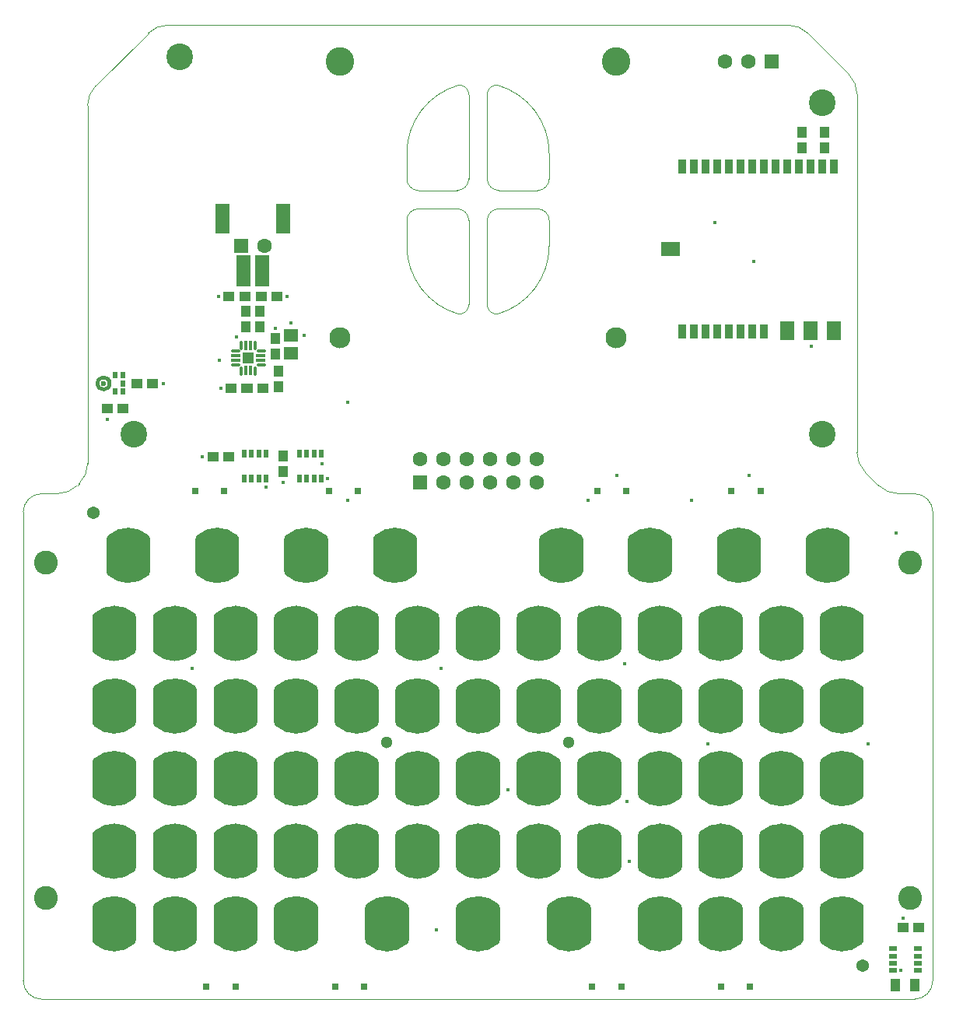
<source format=gts>
G04*
G04 #@! TF.GenerationSoftware,Altium Limited,Altium Designer,24.6.1 (21)*
G04*
G04 Layer_Color=8388736*
%FSLAX25Y25*%
%MOIN*%
G70*
G04*
G04 #@! TF.SameCoordinates,01E0CDA6-314E-44D1-A422-088EE61E0F49*
G04*
G04*
G04 #@! TF.FilePolarity,Negative*
G04*
G01*
G75*
%ADD15C,0.00394*%
%ADD36C,0.03937*%
%ADD37C,0.01575*%
%ADD38R,0.04331X0.05512*%
%ADD39R,0.04331X0.04724*%
%ADD40R,0.04724X0.04724*%
%ADD41O,0.03937X0.01575*%
%ADD42O,0.04134X0.01575*%
%ADD43O,0.01575X0.03937*%
%ADD44O,0.01575X0.04134*%
%ADD45C,0.03937*%
%ADD46C,0.10236*%
%ADD47R,0.05906X0.12598*%
%ADD48R,0.06299X0.13780*%
%ADD49R,0.04724X0.04331*%
%ADD50R,0.02449X0.02756*%
%ADD51C,0.01575*%
%ADD52R,0.03032X0.02992*%
%ADD53R,0.03543X0.02165*%
%ADD54R,0.03543X0.06299*%
%ADD55R,0.06299X0.08268*%
%ADD56R,0.08268X0.06299*%
%ADD57R,0.02165X0.03543*%
%ADD58R,0.06299X0.05512*%
%ADD59C,0.09055*%
%ADD60C,0.12205*%
%ADD61C,0.05118*%
%ADD62C,0.05394*%
%ADD63C,0.06299*%
%ADD64R,0.06299X0.06299*%
%ADD65C,0.02362*%
%ADD66C,0.11417*%
%ADD67C,0.01772*%
G36*
X81013Y-7521D02*
X83096D01*
Y-21748D01*
X80960D01*
Y-23210D01*
X66340D01*
Y-21694D01*
X64297D01*
Y-7467D01*
X66393D01*
Y-6280D01*
X81013D01*
Y-7521D01*
D02*
G37*
G36*
X157194Y-7521D02*
X159277D01*
Y-21748D01*
X157141D01*
Y-23210D01*
X142522D01*
Y-21694D01*
X140478D01*
Y-7467D01*
X142574D01*
Y-6280D01*
X157194D01*
Y-7521D01*
D02*
G37*
G36*
X119103D02*
X121186D01*
Y-21748D01*
X119051D01*
Y-23210D01*
X104431D01*
Y-21694D01*
X102387D01*
Y-7467D01*
X104484D01*
Y-6280D01*
X119103D01*
Y-7521D01*
D02*
G37*
G36*
X42922D02*
X45005D01*
Y-21748D01*
X42869D01*
Y-23210D01*
X28250D01*
Y-21694D01*
X26206D01*
Y-7467D01*
X28302D01*
Y-6280D01*
X42922D01*
Y-7521D01*
D02*
G37*
G36*
X-28239D02*
X-26156D01*
Y-21748D01*
X-28292D01*
Y-23210D01*
X-42912D01*
Y-21694D01*
X-44955D01*
Y-7467D01*
X-42859D01*
Y-6280D01*
X-28239D01*
Y-7521D01*
D02*
G37*
G36*
X-66330D02*
X-64247D01*
Y-21748D01*
X-66383D01*
Y-23210D01*
X-81002D01*
Y-21694D01*
X-83046D01*
Y-7467D01*
X-80949D01*
Y-6280D01*
X-66330D01*
Y-7521D01*
D02*
G37*
G36*
X-104420D02*
X-102337D01*
Y-21748D01*
X-104473D01*
Y-23210D01*
X-119093D01*
Y-21694D01*
X-121136D01*
Y-7467D01*
X-119040D01*
Y-6280D01*
X-104420D01*
Y-7521D01*
D02*
G37*
G36*
X-142511D02*
X-140428D01*
Y-21748D01*
X-142564D01*
Y-23210D01*
X-157183D01*
Y-21694D01*
X-159227D01*
Y-7467D01*
X-157131D01*
Y-6280D01*
X-142511D01*
Y-7521D01*
D02*
G37*
G36*
X163237Y-40946D02*
X165320D01*
Y-55173D01*
X163184D01*
Y-56635D01*
X148565D01*
Y-55119D01*
X146521D01*
Y-40892D01*
X148617D01*
Y-39706D01*
X163237D01*
Y-40946D01*
D02*
G37*
G36*
X137253D02*
X139336D01*
Y-55173D01*
X137200D01*
Y-56635D01*
X122581D01*
Y-55119D01*
X120537D01*
Y-40892D01*
X122633D01*
Y-39706D01*
X137253D01*
Y-40946D01*
D02*
G37*
G36*
X111268D02*
X113352D01*
Y-55173D01*
X111216D01*
Y-56635D01*
X96596D01*
Y-55119D01*
X94552D01*
Y-40892D01*
X96649D01*
Y-39706D01*
X111268D01*
Y-40946D01*
D02*
G37*
G36*
X85284D02*
X87367D01*
Y-55173D01*
X85232D01*
Y-56635D01*
X70612D01*
Y-55119D01*
X68568D01*
Y-40892D01*
X70665D01*
Y-39706D01*
X85284D01*
Y-40946D01*
D02*
G37*
G36*
X59300D02*
X61383D01*
Y-55173D01*
X59247D01*
Y-56635D01*
X44628D01*
Y-55119D01*
X42584D01*
Y-40892D01*
X44680D01*
Y-39706D01*
X59300D01*
Y-40946D01*
D02*
G37*
G36*
X33316D02*
X35399D01*
Y-55173D01*
X33263D01*
Y-56635D01*
X18643D01*
Y-55119D01*
X16600D01*
Y-40892D01*
X18696D01*
Y-39706D01*
X33316D01*
Y-40946D01*
D02*
G37*
G36*
X7331D02*
X9415D01*
Y-55173D01*
X7279D01*
Y-56635D01*
X-7341D01*
Y-55119D01*
X-9385D01*
Y-40892D01*
X-7288D01*
Y-39706D01*
X7331D01*
Y-40946D01*
D02*
G37*
G36*
X-18653D02*
X-16570D01*
Y-55173D01*
X-18705D01*
Y-56635D01*
X-33325D01*
Y-55119D01*
X-35369D01*
Y-40892D01*
X-33272D01*
Y-39706D01*
X-18653D01*
Y-40946D01*
D02*
G37*
G36*
X-44637D02*
X-42554D01*
Y-55173D01*
X-44690D01*
Y-56635D01*
X-59309D01*
Y-55119D01*
X-61353D01*
Y-40892D01*
X-59257D01*
Y-39706D01*
X-44637D01*
Y-40946D01*
D02*
G37*
G36*
X-70621D02*
X-68538D01*
Y-55173D01*
X-70674D01*
Y-56635D01*
X-85294D01*
Y-55119D01*
X-87337D01*
Y-40892D01*
X-85241D01*
Y-39706D01*
X-70621D01*
Y-40946D01*
D02*
G37*
G36*
X-96606D02*
X-94522D01*
Y-55173D01*
X-96658D01*
Y-56635D01*
X-111278D01*
Y-55119D01*
X-113322D01*
Y-40892D01*
X-111225D01*
Y-39706D01*
X-96606D01*
Y-40946D01*
D02*
G37*
G36*
X-122590D02*
X-120507D01*
Y-55173D01*
X-122642D01*
Y-56635D01*
X-137262D01*
Y-55119D01*
X-139306D01*
Y-40892D01*
X-137209D01*
Y-39706D01*
X-122590D01*
Y-40946D01*
D02*
G37*
G36*
X-148574D02*
X-146491D01*
Y-55173D01*
X-148627D01*
Y-56635D01*
X-163246D01*
Y-55119D01*
X-165290D01*
Y-40892D01*
X-163194D01*
Y-39706D01*
X-148574D01*
Y-40946D01*
D02*
G37*
G36*
X163237Y-72048D02*
X165320D01*
Y-86276D01*
X163184D01*
Y-87737D01*
X148565D01*
Y-86221D01*
X146521D01*
Y-71994D01*
X148617D01*
Y-70808D01*
X163237D01*
Y-72048D01*
D02*
G37*
G36*
X137253D02*
X139336D01*
Y-86276D01*
X137200D01*
Y-87737D01*
X122581D01*
Y-86221D01*
X120537D01*
Y-71994D01*
X122633D01*
Y-70808D01*
X137253D01*
Y-72048D01*
D02*
G37*
G36*
X111268D02*
X113352D01*
Y-86276D01*
X111216D01*
Y-87737D01*
X96596D01*
Y-86221D01*
X94552D01*
Y-71994D01*
X96649D01*
Y-70808D01*
X111268D01*
Y-72048D01*
D02*
G37*
G36*
X85284D02*
X87367D01*
Y-86276D01*
X85232D01*
Y-87737D01*
X70612D01*
Y-86221D01*
X68568D01*
Y-71994D01*
X70665D01*
Y-70808D01*
X85284D01*
Y-72048D01*
D02*
G37*
G36*
X59300D02*
X61383D01*
Y-86276D01*
X59247D01*
Y-87737D01*
X44628D01*
Y-86221D01*
X42584D01*
Y-71994D01*
X44680D01*
Y-70808D01*
X59300D01*
Y-72048D01*
D02*
G37*
G36*
X33316D02*
X35399D01*
Y-86276D01*
X33263D01*
Y-87737D01*
X18643D01*
Y-86221D01*
X16600D01*
Y-71994D01*
X18696D01*
Y-70808D01*
X33316D01*
Y-72048D01*
D02*
G37*
G36*
X7331D02*
X9415D01*
Y-86276D01*
X7279D01*
Y-87737D01*
X-7341D01*
Y-86221D01*
X-9385D01*
Y-71994D01*
X-7288D01*
Y-70808D01*
X7331D01*
Y-72048D01*
D02*
G37*
G36*
X-18653D02*
X-16570D01*
Y-86276D01*
X-18705D01*
Y-87737D01*
X-33325D01*
Y-86221D01*
X-35369D01*
Y-71994D01*
X-33272D01*
Y-70808D01*
X-18653D01*
Y-72048D01*
D02*
G37*
G36*
X-44637D02*
X-42554D01*
Y-86276D01*
X-44690D01*
Y-87737D01*
X-59309D01*
Y-86221D01*
X-61353D01*
Y-71994D01*
X-59257D01*
Y-70808D01*
X-44637D01*
Y-72048D01*
D02*
G37*
G36*
X-70621D02*
X-68538D01*
Y-86276D01*
X-70674D01*
Y-87737D01*
X-85294D01*
Y-86221D01*
X-87337D01*
Y-71994D01*
X-85241D01*
Y-70808D01*
X-70621D01*
Y-72048D01*
D02*
G37*
G36*
X-96606D02*
X-94522D01*
Y-86276D01*
X-96658D01*
Y-87737D01*
X-111278D01*
Y-86221D01*
X-113322D01*
Y-71994D01*
X-111225D01*
Y-70808D01*
X-96606D01*
Y-72048D01*
D02*
G37*
G36*
X-122590D02*
X-120507D01*
Y-86276D01*
X-122642D01*
Y-87737D01*
X-137262D01*
Y-86221D01*
X-139306D01*
Y-71994D01*
X-137209D01*
Y-70808D01*
X-122590D01*
Y-72048D01*
D02*
G37*
G36*
X-148574D02*
X-146491D01*
Y-86276D01*
X-148627D01*
Y-87737D01*
X-163246D01*
Y-86221D01*
X-165290D01*
Y-71994D01*
X-163194D01*
Y-70808D01*
X-148574D01*
Y-72048D01*
D02*
G37*
G36*
X163237Y-103151D02*
X165320D01*
Y-117378D01*
X163184D01*
Y-118840D01*
X148565D01*
Y-117324D01*
X146521D01*
Y-103096D01*
X148617D01*
Y-101910D01*
X163237D01*
Y-103151D01*
D02*
G37*
G36*
X137253D02*
X139336D01*
Y-117378D01*
X137200D01*
Y-118840D01*
X122581D01*
Y-117324D01*
X120537D01*
Y-103096D01*
X122633D01*
Y-101910D01*
X137253D01*
Y-103151D01*
D02*
G37*
G36*
X111268D02*
X113352D01*
Y-117378D01*
X111216D01*
Y-118840D01*
X96596D01*
Y-117324D01*
X94552D01*
Y-103096D01*
X96649D01*
Y-101910D01*
X111268D01*
Y-103151D01*
D02*
G37*
G36*
X85284D02*
X87367D01*
Y-117378D01*
X85232D01*
Y-118840D01*
X70612D01*
Y-117324D01*
X68568D01*
Y-103096D01*
X70665D01*
Y-101910D01*
X85284D01*
Y-103151D01*
D02*
G37*
G36*
X59300D02*
X61383D01*
Y-117378D01*
X59247D01*
Y-118840D01*
X44628D01*
Y-117324D01*
X42584D01*
Y-103096D01*
X44680D01*
Y-101910D01*
X59300D01*
Y-103151D01*
D02*
G37*
G36*
X33316D02*
X35399D01*
Y-117378D01*
X33263D01*
Y-118840D01*
X18643D01*
Y-117324D01*
X16600D01*
Y-103096D01*
X18696D01*
Y-101910D01*
X33316D01*
Y-103151D01*
D02*
G37*
G36*
X7331D02*
X9415D01*
Y-117378D01*
X7279D01*
Y-118840D01*
X-7341D01*
Y-117324D01*
X-9385D01*
Y-103096D01*
X-7288D01*
Y-101910D01*
X7331D01*
Y-103151D01*
D02*
G37*
G36*
X-18653D02*
X-16570D01*
Y-117378D01*
X-18705D01*
Y-118840D01*
X-33325D01*
Y-117324D01*
X-35369D01*
Y-103096D01*
X-33272D01*
Y-101910D01*
X-18653D01*
Y-103151D01*
D02*
G37*
G36*
X-44637D02*
X-42554D01*
Y-117378D01*
X-44690D01*
Y-118840D01*
X-59309D01*
Y-117324D01*
X-61353D01*
Y-103096D01*
X-59257D01*
Y-101910D01*
X-44637D01*
Y-103151D01*
D02*
G37*
G36*
X-70621D02*
X-68538D01*
Y-117378D01*
X-70674D01*
Y-118840D01*
X-85294D01*
Y-117324D01*
X-87337D01*
Y-103096D01*
X-85241D01*
Y-101910D01*
X-70621D01*
Y-103151D01*
D02*
G37*
G36*
X-96606D02*
X-94522D01*
Y-117378D01*
X-96658D01*
Y-118840D01*
X-111278D01*
Y-117324D01*
X-113322D01*
Y-103096D01*
X-111225D01*
Y-101910D01*
X-96606D01*
Y-103151D01*
D02*
G37*
G36*
X-122590D02*
X-120507D01*
Y-117378D01*
X-122642D01*
Y-118840D01*
X-137262D01*
Y-117324D01*
X-139306D01*
Y-103096D01*
X-137209D01*
Y-101910D01*
X-122590D01*
Y-103151D01*
D02*
G37*
G36*
X-148574D02*
X-146491D01*
Y-117378D01*
X-148627D01*
Y-118840D01*
X-163246D01*
Y-117324D01*
X-165290D01*
Y-103096D01*
X-163194D01*
Y-101910D01*
X-148574D01*
Y-103151D01*
D02*
G37*
G36*
X163237Y-134253D02*
X165320D01*
Y-148480D01*
X163184D01*
Y-149942D01*
X148565D01*
Y-148426D01*
X146521D01*
Y-134199D01*
X148617D01*
Y-133013D01*
X163237D01*
Y-134253D01*
D02*
G37*
G36*
X137253D02*
X139336D01*
Y-148480D01*
X137200D01*
Y-149942D01*
X122581D01*
Y-148426D01*
X120537D01*
Y-134199D01*
X122633D01*
Y-133013D01*
X137253D01*
Y-134253D01*
D02*
G37*
G36*
X111268D02*
X113352D01*
Y-148480D01*
X111216D01*
Y-149942D01*
X96596D01*
Y-148426D01*
X94552D01*
Y-134199D01*
X96649D01*
Y-133013D01*
X111268D01*
Y-134253D01*
D02*
G37*
G36*
X85284D02*
X87367D01*
Y-148480D01*
X85232D01*
Y-149942D01*
X70612D01*
Y-148426D01*
X68568D01*
Y-134199D01*
X70665D01*
Y-133013D01*
X85284D01*
Y-134253D01*
D02*
G37*
G36*
X59300D02*
X61383D01*
Y-148480D01*
X59247D01*
Y-149942D01*
X44628D01*
Y-148426D01*
X42584D01*
Y-134199D01*
X44680D01*
Y-133013D01*
X59300D01*
Y-134253D01*
D02*
G37*
G36*
X33316D02*
X35399D01*
Y-148480D01*
X33263D01*
Y-149942D01*
X18643D01*
Y-148426D01*
X16600D01*
Y-134199D01*
X18696D01*
Y-133013D01*
X33316D01*
Y-134253D01*
D02*
G37*
G36*
X7331D02*
X9415D01*
Y-148480D01*
X7279D01*
Y-149942D01*
X-7341D01*
Y-148426D01*
X-9385D01*
Y-134199D01*
X-7288D01*
Y-133013D01*
X7331D01*
Y-134253D01*
D02*
G37*
G36*
X-18653D02*
X-16570D01*
Y-148480D01*
X-18705D01*
Y-149942D01*
X-33325D01*
Y-148426D01*
X-35369D01*
Y-134199D01*
X-33272D01*
Y-133013D01*
X-18653D01*
Y-134253D01*
D02*
G37*
G36*
X-44637D02*
X-42554D01*
Y-148480D01*
X-44690D01*
Y-149942D01*
X-59309D01*
Y-148426D01*
X-61353D01*
Y-134199D01*
X-59257D01*
Y-133013D01*
X-44637D01*
Y-134253D01*
D02*
G37*
G36*
X-70621D02*
X-68538D01*
Y-148480D01*
X-70674D01*
Y-149942D01*
X-85294D01*
Y-148426D01*
X-87337D01*
Y-134199D01*
X-85241D01*
Y-133013D01*
X-70621D01*
Y-134253D01*
D02*
G37*
G36*
X-96606D02*
X-94522D01*
Y-148480D01*
X-96658D01*
Y-149942D01*
X-111278D01*
Y-148426D01*
X-113322D01*
Y-134199D01*
X-111225D01*
Y-133013D01*
X-96606D01*
Y-134253D01*
D02*
G37*
G36*
X-122590D02*
X-120507D01*
Y-148480D01*
X-122642D01*
Y-149942D01*
X-137262D01*
Y-148426D01*
X-139306D01*
Y-134199D01*
X-137209D01*
Y-133013D01*
X-122590D01*
Y-134253D01*
D02*
G37*
G36*
X-148574D02*
X-146491D01*
Y-148480D01*
X-148627D01*
Y-149942D01*
X-163246D01*
Y-148426D01*
X-165290D01*
Y-134199D01*
X-163194D01*
Y-133013D01*
X-148574D01*
Y-134253D01*
D02*
G37*
G36*
Y-165355D02*
X-146491D01*
Y-179583D01*
X-148627D01*
Y-181044D01*
X-163246D01*
Y-179529D01*
X-165290D01*
Y-165301D01*
X-163194D01*
Y-164115D01*
X-148574D01*
Y-165355D01*
D02*
G37*
G36*
X163237Y-165359D02*
X165320D01*
Y-179586D01*
X163184D01*
Y-181048D01*
X148565D01*
Y-179532D01*
X146521D01*
Y-165305D01*
X148617D01*
Y-164119D01*
X163237D01*
Y-165359D01*
D02*
G37*
G36*
X137253D02*
X139336D01*
Y-179586D01*
X137200D01*
Y-181048D01*
X122581D01*
Y-179532D01*
X120537D01*
Y-165305D01*
X122633D01*
Y-164119D01*
X137253D01*
Y-165359D01*
D02*
G37*
G36*
X111268D02*
X113352D01*
Y-179586D01*
X111216D01*
Y-181048D01*
X96596D01*
Y-179532D01*
X94552D01*
Y-165305D01*
X96649D01*
Y-164119D01*
X111268D01*
Y-165359D01*
D02*
G37*
G36*
X85284D02*
X87367D01*
Y-179586D01*
X85232D01*
Y-181048D01*
X70612D01*
Y-179532D01*
X68568D01*
Y-165305D01*
X70665D01*
Y-164119D01*
X85284D01*
Y-165359D01*
D02*
G37*
G36*
X46308D02*
X48391D01*
Y-179586D01*
X46255D01*
Y-181048D01*
X31636D01*
Y-179532D01*
X29592D01*
Y-165305D01*
X31688D01*
Y-164119D01*
X46308D01*
Y-165359D01*
D02*
G37*
G36*
X7332D02*
X9415D01*
Y-179586D01*
X7279D01*
Y-181048D01*
X-7341D01*
Y-179532D01*
X-9385D01*
Y-165305D01*
X-7288D01*
Y-164119D01*
X7332D01*
Y-165359D01*
D02*
G37*
G36*
X-31645D02*
X-29562D01*
Y-179586D01*
X-31697D01*
Y-181048D01*
X-46317D01*
Y-179532D01*
X-48361D01*
Y-165305D01*
X-46264D01*
Y-164119D01*
X-31645D01*
Y-165359D01*
D02*
G37*
G36*
X-70621D02*
X-68538D01*
Y-179586D01*
X-70674D01*
Y-181048D01*
X-85294D01*
Y-179532D01*
X-87337D01*
Y-165305D01*
X-85241D01*
Y-164119D01*
X-70621D01*
Y-165359D01*
D02*
G37*
G36*
X-96606D02*
X-94522D01*
Y-179586D01*
X-96658D01*
Y-181048D01*
X-111278D01*
Y-179532D01*
X-113321D01*
Y-165305D01*
X-111225D01*
Y-164119D01*
X-96606D01*
Y-165359D01*
D02*
G37*
G36*
X-122590D02*
X-120507D01*
Y-179586D01*
X-122642D01*
Y-181048D01*
X-137262D01*
Y-179532D01*
X-139306D01*
Y-165305D01*
X-137209D01*
Y-164119D01*
X-122590D01*
Y-165359D01*
D02*
G37*
D15*
X25512Y141733D02*
G03*
X30512Y146733I0J5000D01*
G01*
X8152Y186919D02*
G03*
X3937Y182705I0J-4215D01*
G01*
X30512Y157481D02*
G03*
X8143Y186886I-30512J0D01*
G01*
X-30512Y146732D02*
G03*
X-25512Y141732I5000J0D01*
G01*
X-3937Y182704D02*
G03*
X-8152Y186919I-4215J0D01*
G01*
X-8143Y186886D02*
G03*
X-30512Y157480I8143J-29405D01*
G01*
X30512Y128858D02*
G03*
X25512Y133858I-5000J0D01*
G01*
X3937Y92886D02*
G03*
X8152Y88672I4215J0D01*
G01*
X8143Y88705D02*
G03*
X30512Y118110I-8143J29405D01*
G01*
X-30512D02*
G03*
X-8143Y88705I30512J0D01*
G01*
X-8152Y88672D02*
G03*
X-3937Y92886I0J4215D01*
G01*
X-25512Y133858D02*
G03*
X-30512Y128858I0J-5000D01*
G01*
X8937Y133858D02*
G03*
X3937Y128858I0J-5000D01*
G01*
X-3937D02*
G03*
X-8937Y133858I-5000J0D01*
G01*
X3937Y146733D02*
G03*
X8937Y141733I5000J0D01*
G01*
X-8937Y141732D02*
G03*
X-3937Y146732I0J5000D01*
G01*
X194883Y3937D02*
G03*
X187008Y11812I-7875J0D01*
G01*
Y-204725D02*
G03*
X194883Y-196850I0J7875D01*
G01*
X-194883D02*
G03*
X-187008Y-204725I7875J0D01*
G01*
Y11812D02*
G03*
X-194883Y3937I0J-7875D01*
G01*
X-180197Y11811D02*
G03*
X-171661Y15347I0J12071D01*
G01*
X171661D02*
G03*
X180197Y11811I8535J8535D01*
G01*
X-170858Y16150D02*
G03*
X-167323Y24685I-8535J8535D01*
G01*
X162402Y29606D02*
G03*
X165937Y21071I12071J0D01*
G01*
X-163787Y186606D02*
G03*
X-167323Y178071I8535J-8535D01*
G01*
X-132795Y212598D02*
G03*
X-141331Y209063I0J-12071D01*
G01*
X141331D02*
G03*
X132795Y212598I-8535J-8535D01*
G01*
X162402Y182992D02*
G03*
X158866Y191528I-12071J0D01*
G01*
X30512Y146654D02*
X30512Y157481D01*
X3937Y146733D02*
Y182705D01*
X8937Y141733D02*
X25512D01*
X-30512Y157480D02*
X-30512Y146653D01*
X-3937Y146732D02*
Y182704D01*
X-25512Y141732D02*
X-8937D01*
X30512Y118110D02*
Y128937D01*
X3937Y92886D02*
Y128858D01*
X8937Y133858D02*
X25512D01*
X-25512D02*
X-8937D01*
X-3937Y92886D02*
Y128858D01*
X-30512Y118110D02*
Y128937D01*
X194882Y-196850D02*
X194882Y3938D01*
X180197Y11811D02*
X187009D01*
X-187009Y-204724D02*
X187009D01*
X-194882Y-196850D02*
X-194882Y3938D01*
X-187009Y11811D02*
X-180197D01*
X-171661Y15347D02*
X-171260Y15748D01*
X171260D02*
X171661Y15347D01*
X-171260Y15748D02*
X-170858Y16150D01*
X-167323Y24685D02*
Y31575D01*
X165937Y21071D02*
X171260Y15748D01*
X162402Y29606D02*
Y29766D01*
X-167323Y31575D02*
Y178071D01*
X-163787Y186606D02*
X-141331Y209063D01*
X-132795Y212598D02*
X132795D01*
X141331Y209063D02*
X158866Y191528D01*
X162402Y29766D02*
Y182992D01*
D36*
X111772Y-4725D02*
G03*
X104484Y-7467I-9J-11035D01*
G01*
X119103Y-7521D02*
G03*
X111772Y-4725I-7340J-8240D01*
G01*
X-104420Y-7521D02*
G03*
X-119040Y-7467I-7340J-8240D01*
G01*
X-28239Y-7521D02*
G03*
X-42859Y-7467I-7340J-8240D01*
G01*
X149827Y-4725D02*
G03*
X142574Y-7467I26J-11035D01*
G01*
X157194Y-7521D02*
G03*
X149827Y-4725I-7340J-8240D01*
G01*
X73681Y-4725D02*
G03*
X66393Y-7467I-9J-11035D01*
G01*
X81013Y-7521D02*
G03*
X73681Y-4725I-7340J-8240D01*
G01*
X142522Y-21694D02*
G03*
X157141Y-21748I7340J8240D01*
G01*
X104431Y-21694D02*
G03*
X119051Y-21748I7340J8240D01*
G01*
X42922Y-7521D02*
G03*
X28302Y-7467I-7340J-8240D01*
G01*
X28250Y-21694D02*
G03*
X42869Y-21748I7340J8240D01*
G01*
X-42912Y-21694D02*
G03*
X-28292Y-21748I7340J8240D01*
G01*
X-66330Y-7521D02*
G03*
X-80949Y-7467I-7340J-8240D01*
G01*
X-81002Y-21694D02*
G03*
X-66383Y-21748I7340J8240D01*
G01*
X-119093Y-21694D02*
G03*
X-104473Y-21748I7340J8240D01*
G01*
X-142511Y-7521D02*
G03*
X-157131Y-7467I-7340J-8240D01*
G01*
X-157183Y-21694D02*
G03*
X-142564Y-21748I7340J8240D01*
G01*
X-148574Y-40946D02*
G03*
X-163194Y-40892I-7340J-8240D01*
G01*
X-163246Y-55119D02*
G03*
X-148627Y-55173I7340J8240D01*
G01*
X-44637Y-40946D02*
G03*
X-59257Y-40892I-7340J-8240D01*
G01*
X-59309Y-55119D02*
G03*
X-44690Y-55173I7340J8240D01*
G01*
X-70621Y-40946D02*
G03*
X-85241Y-40892I-7340J-8240D01*
G01*
X-85294Y-55119D02*
G03*
X-70674Y-55173I7340J8240D01*
G01*
X-96606Y-40946D02*
G03*
X-111225Y-40892I-7340J-8240D01*
G01*
X-111278Y-55119D02*
G03*
X-96658Y-55173I7340J8240D01*
G01*
X-122590Y-40946D02*
G03*
X-137209Y-40892I-7340J-8240D01*
G01*
X-137262Y-55119D02*
G03*
X-122642Y-55173I7340J8240D01*
G01*
X59300Y-40946D02*
G03*
X44680Y-40892I-7340J-8240D01*
G01*
X44628Y-55119D02*
G03*
X59247Y-55173I7340J8240D01*
G01*
X33316Y-40946D02*
G03*
X18696Y-40892I-7340J-8240D01*
G01*
X18643Y-55119D02*
G03*
X33263Y-55173I7340J8240D01*
G01*
X7331Y-40946D02*
G03*
X-7288Y-40892I-7340J-8240D01*
G01*
X-7341Y-55119D02*
G03*
X7279Y-55173I7340J8240D01*
G01*
X-18653Y-40946D02*
G03*
X-33272Y-40892I-7340J-8240D01*
G01*
X-33325Y-55119D02*
G03*
X-18705Y-55173I7340J8240D01*
G01*
X163237Y-40946D02*
G03*
X148617Y-40892I-7340J-8240D01*
G01*
X148565Y-55119D02*
G03*
X163184Y-55173I7340J8240D01*
G01*
X137253Y-40946D02*
G03*
X122633Y-40892I-7340J-8240D01*
G01*
X122581Y-55119D02*
G03*
X137200Y-55173I7340J8240D01*
G01*
X111268Y-40946D02*
G03*
X96649Y-40892I-7340J-8240D01*
G01*
X96596Y-55119D02*
G03*
X111216Y-55173I7340J8240D01*
G01*
X85284Y-40946D02*
G03*
X70665Y-40892I-7340J-8240D01*
G01*
X70612Y-55119D02*
G03*
X85232Y-55173I7340J8240D01*
G01*
X-148574Y-72048D02*
G03*
X-163194Y-71994I-7340J-8240D01*
G01*
X-163246Y-86221D02*
G03*
X-148627Y-86276I7340J8240D01*
G01*
X-44637Y-72048D02*
G03*
X-59257Y-71994I-7340J-8240D01*
G01*
X-59309Y-86221D02*
G03*
X-44690Y-86276I7340J8240D01*
G01*
X-70621Y-72048D02*
G03*
X-85241Y-71994I-7340J-8240D01*
G01*
X-85294Y-86221D02*
G03*
X-70674Y-86276I7340J8240D01*
G01*
X-96606Y-72048D02*
G03*
X-111225Y-71994I-7340J-8240D01*
G01*
X-111278Y-86221D02*
G03*
X-96658Y-86276I7340J8240D01*
G01*
X-122590Y-72048D02*
G03*
X-137209Y-71994I-7340J-8240D01*
G01*
X-137262Y-86221D02*
G03*
X-122642Y-86276I7340J8240D01*
G01*
X59300Y-72048D02*
G03*
X44680Y-71994I-7340J-8240D01*
G01*
X44628Y-86221D02*
G03*
X59247Y-86276I7340J8240D01*
G01*
X33316Y-72048D02*
G03*
X18696Y-71994I-7340J-8240D01*
G01*
X18643Y-86221D02*
G03*
X33263Y-86276I7340J8240D01*
G01*
X7331Y-72048D02*
G03*
X-7288Y-71994I-7340J-8240D01*
G01*
X-7341Y-86221D02*
G03*
X7279Y-86276I7340J8240D01*
G01*
X-18653Y-72048D02*
G03*
X-33272Y-71994I-7340J-8240D01*
G01*
X-33325Y-86221D02*
G03*
X-18705Y-86276I7340J8240D01*
G01*
X163237Y-72048D02*
G03*
X148617Y-71994I-7340J-8240D01*
G01*
X148565Y-86221D02*
G03*
X163184Y-86276I7340J8240D01*
G01*
X137253Y-72048D02*
G03*
X122633Y-71994I-7340J-8240D01*
G01*
X122581Y-86221D02*
G03*
X137200Y-86276I7340J8240D01*
G01*
X111268Y-72048D02*
G03*
X96649Y-71994I-7340J-8240D01*
G01*
X96596Y-86221D02*
G03*
X111216Y-86276I7340J8240D01*
G01*
X85284Y-72048D02*
G03*
X70665Y-71994I-7340J-8240D01*
G01*
X70612Y-86221D02*
G03*
X85232Y-86276I7340J8240D01*
G01*
X-148574Y-103151D02*
G03*
X-163194Y-103096I-7340J-8240D01*
G01*
X-163246Y-117324D02*
G03*
X-148627Y-117378I7340J8240D01*
G01*
X-44637Y-103151D02*
G03*
X-59257Y-103096I-7340J-8240D01*
G01*
X-59309Y-117324D02*
G03*
X-44690Y-117378I7340J8240D01*
G01*
X-70621Y-103151D02*
G03*
X-85241Y-103096I-7340J-8240D01*
G01*
X-85294Y-117324D02*
G03*
X-70674Y-117378I7340J8240D01*
G01*
X-96606Y-103151D02*
G03*
X-111225Y-103096I-7340J-8240D01*
G01*
X-111278Y-117324D02*
G03*
X-96658Y-117378I7340J8240D01*
G01*
X-122590Y-103151D02*
G03*
X-137209Y-103096I-7340J-8240D01*
G01*
X-137262Y-117324D02*
G03*
X-122642Y-117378I7340J8240D01*
G01*
X59300Y-103151D02*
G03*
X44680Y-103096I-7340J-8240D01*
G01*
X44628Y-117324D02*
G03*
X59247Y-117378I7340J8240D01*
G01*
X33316Y-103151D02*
G03*
X18696Y-103096I-7340J-8240D01*
G01*
X18643Y-117324D02*
G03*
X33263Y-117378I7340J8240D01*
G01*
X7331Y-103151D02*
G03*
X-7288Y-103096I-7340J-8240D01*
G01*
X-7341Y-117324D02*
G03*
X7279Y-117378I7340J8240D01*
G01*
X-18653Y-103151D02*
G03*
X-33272Y-103096I-7340J-8240D01*
G01*
X-33325Y-117324D02*
G03*
X-18705Y-117378I7340J8240D01*
G01*
X163237Y-103151D02*
G03*
X148617Y-103096I-7340J-8240D01*
G01*
X148565Y-117324D02*
G03*
X163184Y-117378I7340J8240D01*
G01*
X137253Y-103151D02*
G03*
X122633Y-103096I-7340J-8240D01*
G01*
X122581Y-117324D02*
G03*
X137200Y-117378I7340J8240D01*
G01*
X111268Y-103151D02*
G03*
X96649Y-103096I-7340J-8240D01*
G01*
X96596Y-117324D02*
G03*
X111216Y-117378I7340J8240D01*
G01*
X85284Y-103151D02*
G03*
X70665Y-103096I-7340J-8240D01*
G01*
X70612Y-117324D02*
G03*
X85232Y-117378I7340J8240D01*
G01*
X-148574Y-134253D02*
G03*
X-163194Y-134199I-7340J-8240D01*
G01*
X-163246Y-148426D02*
G03*
X-148627Y-148480I7340J8240D01*
G01*
X-44637Y-134253D02*
G03*
X-59257Y-134199I-7340J-8240D01*
G01*
X-59309Y-148426D02*
G03*
X-44690Y-148480I7340J8240D01*
G01*
X-70621Y-134253D02*
G03*
X-85241Y-134199I-7340J-8240D01*
G01*
X-85294Y-148426D02*
G03*
X-70674Y-148480I7340J8240D01*
G01*
X-96606Y-134253D02*
G03*
X-111225Y-134199I-7340J-8240D01*
G01*
X-111278Y-148426D02*
G03*
X-96658Y-148480I7340J8240D01*
G01*
X-122590Y-134253D02*
G03*
X-137209Y-134199I-7340J-8240D01*
G01*
X-137262Y-148426D02*
G03*
X-122642Y-148480I7340J8240D01*
G01*
X59300Y-134253D02*
G03*
X44680Y-134199I-7340J-8240D01*
G01*
X44628Y-148426D02*
G03*
X59247Y-148480I7340J8240D01*
G01*
X33316Y-134253D02*
G03*
X18696Y-134199I-7340J-8240D01*
G01*
X18643Y-148426D02*
G03*
X33263Y-148480I7340J8240D01*
G01*
X7331Y-134253D02*
G03*
X-7288Y-134199I-7340J-8240D01*
G01*
X-7341Y-148426D02*
G03*
X7279Y-148480I7340J8240D01*
G01*
X-18653Y-134253D02*
G03*
X-33272Y-134199I-7340J-8240D01*
G01*
X-33325Y-148426D02*
G03*
X-18705Y-148480I7340J8240D01*
G01*
X163237Y-134253D02*
G03*
X148617Y-134199I-7340J-8240D01*
G01*
X148565Y-148426D02*
G03*
X163184Y-148480I7340J8240D01*
G01*
X137253Y-134253D02*
G03*
X122633Y-134199I-7340J-8240D01*
G01*
X122581Y-148426D02*
G03*
X137200Y-148480I7340J8240D01*
G01*
X111268Y-134253D02*
G03*
X96649Y-134199I-7340J-8240D01*
G01*
X96596Y-148426D02*
G03*
X111216Y-148480I7340J8240D01*
G01*
X85284Y-134253D02*
G03*
X70665Y-134199I-7340J-8240D01*
G01*
X70612Y-148426D02*
G03*
X85232Y-148480I7340J8240D01*
G01*
X163237Y-165359D02*
G03*
X148617Y-165305I-7340J-8240D01*
G01*
X148565Y-179532D02*
G03*
X163184Y-179586I7340J8240D01*
G01*
X137253Y-165359D02*
G03*
X122633Y-165305I-7340J-8240D01*
G01*
X122581Y-179532D02*
G03*
X137200Y-179586I7340J8240D01*
G01*
X111268Y-165359D02*
G03*
X96649Y-165305I-7340J-8240D01*
G01*
X96596Y-179532D02*
G03*
X111216Y-179586I7340J8240D01*
G01*
X85284Y-165359D02*
G03*
X70665Y-165305I-7340J-8240D01*
G01*
X70612Y-179532D02*
G03*
X85232Y-179586I7340J8240D01*
G01*
X46308Y-165359D02*
G03*
X31688Y-165305I-7340J-8240D01*
G01*
X31636Y-179532D02*
G03*
X46255Y-179586I7340J8240D01*
G01*
X7332Y-165359D02*
G03*
X-7288Y-165305I-7340J-8240D01*
G01*
X-7341Y-179532D02*
G03*
X7279Y-179586I7340J8240D01*
G01*
X-31645Y-165359D02*
G03*
X-46264Y-165305I-7340J-8240D01*
G01*
X-46317Y-179532D02*
G03*
X-31697Y-179586I7340J8240D01*
G01*
X-70621Y-165359D02*
G03*
X-85241Y-165305I-7340J-8240D01*
G01*
X-85294Y-179532D02*
G03*
X-70674Y-179586I7340J8240D01*
G01*
X-96606Y-165359D02*
G03*
X-111225Y-165305I-7340J-8240D01*
G01*
X-111278Y-179532D02*
G03*
X-96658Y-179586I7340J8240D01*
G01*
X-122590Y-165359D02*
G03*
X-137209Y-165305I-7340J-8240D01*
G01*
X-137262Y-179532D02*
G03*
X-122642Y-179586I7340J8240D01*
G01*
X-148574Y-165355D02*
G03*
X-163194Y-165301I-7340J-8240D01*
G01*
X-163246Y-179529D02*
G03*
X-148627Y-179583I7340J8240D01*
G01*
X66340Y-21694D02*
G03*
X80960Y-21748I7340J8240D01*
G01*
D37*
X-157825Y59055D02*
G03*
X-157825Y59055I-2608J0D01*
G01*
D38*
X178937Y-198819D02*
D03*
X187205D02*
D03*
D39*
X-85630Y57678D02*
D03*
Y64370D02*
D03*
X148622Y166732D02*
D03*
X148622Y160039D02*
D03*
X138780Y166732D02*
D03*
X138780Y160039D02*
D03*
X-83662Y27953D02*
D03*
X-83662Y21260D02*
D03*
X-86956Y71509D02*
D03*
X-86956Y78202D02*
D03*
X-93504Y89961D02*
D03*
Y83268D02*
D03*
X-99410Y89961D02*
D03*
X-99410Y83268D02*
D03*
D40*
X-98425Y69882D02*
D03*
D41*
X-103937Y66929D02*
D03*
Y72835D02*
D03*
X-92913D02*
D03*
Y66929D02*
D03*
D42*
X-103839Y68898D02*
D03*
Y70866D02*
D03*
X-93012D02*
D03*
Y68898D02*
D03*
D43*
X-101378Y75394D02*
D03*
X-95473D02*
D03*
Y64370D02*
D03*
X-101378D02*
D03*
D44*
X-99410Y75295D02*
D03*
X-97441D02*
D03*
Y64468D02*
D03*
X-99410D02*
D03*
D45*
X149862Y-4760D02*
D03*
X111772D02*
D03*
X35591D02*
D03*
X-35571D02*
D03*
X-73661D02*
D03*
X-111752D02*
D03*
X-149843D02*
D03*
X-155905Y-38186D02*
D03*
X-51968D02*
D03*
X-77953D02*
D03*
X-103937D02*
D03*
X-129921D02*
D03*
X51968D02*
D03*
X25984D02*
D03*
X0D02*
D03*
X-25984D02*
D03*
X155905D02*
D03*
X129921D02*
D03*
X103937D02*
D03*
X77953D02*
D03*
X-155905Y-69288D02*
D03*
X-51968D02*
D03*
X-77953D02*
D03*
X-103937D02*
D03*
X-129921D02*
D03*
X51968D02*
D03*
X25984D02*
D03*
X0D02*
D03*
X-25984D02*
D03*
X155905D02*
D03*
X129921D02*
D03*
X103937D02*
D03*
X77953D02*
D03*
X-155905Y-100390D02*
D03*
X-51968D02*
D03*
X-77953D02*
D03*
X-103937D02*
D03*
X-129921D02*
D03*
X51968D02*
D03*
X25984D02*
D03*
X0D02*
D03*
X-25984D02*
D03*
X155905D02*
D03*
X129921D02*
D03*
X103937D02*
D03*
X77953D02*
D03*
X-155905Y-131493D02*
D03*
X-51968D02*
D03*
X-77953D02*
D03*
X-103937D02*
D03*
X-129921D02*
D03*
X51968D02*
D03*
X25984D02*
D03*
X0D02*
D03*
X-25984D02*
D03*
X155905D02*
D03*
X129921D02*
D03*
X103937D02*
D03*
X77953D02*
D03*
X155905Y-162598D02*
D03*
X129921D02*
D03*
X103937D02*
D03*
X77953D02*
D03*
X38976D02*
D03*
X0D02*
D03*
X-38976D02*
D03*
X-77953D02*
D03*
X-103937D02*
D03*
X-129921D02*
D03*
X-155905Y-162595D02*
D03*
X73681Y-4760D02*
D03*
D46*
X-149843Y-14606D02*
D03*
X-111752D02*
D03*
X-73661D02*
D03*
X-35571D02*
D03*
X35591D02*
D03*
X73681D02*
D03*
X111772D02*
D03*
X149862D02*
D03*
X155905Y-48031D02*
D03*
X129921D02*
D03*
X103937D02*
D03*
X77953D02*
D03*
X51968D02*
D03*
X25984D02*
D03*
X0D02*
D03*
X-25984D02*
D03*
X-51968D02*
D03*
X-77953D02*
D03*
X-103937D02*
D03*
X-129921D02*
D03*
X-155905D02*
D03*
X155905Y-79134D02*
D03*
X129921D02*
D03*
X103937D02*
D03*
X77953D02*
D03*
X51968D02*
D03*
X25984D02*
D03*
X0D02*
D03*
X-25984D02*
D03*
X-51968D02*
D03*
X-77953D02*
D03*
X-103937D02*
D03*
X-129921D02*
D03*
X-155905D02*
D03*
X155905Y-110236D02*
D03*
X129921D02*
D03*
X103937D02*
D03*
X77953D02*
D03*
X51968D02*
D03*
X25984D02*
D03*
X0D02*
D03*
X-25984D02*
D03*
X-51968D02*
D03*
X-77953D02*
D03*
X-103937D02*
D03*
X-129921D02*
D03*
X-155905D02*
D03*
Y-141339D02*
D03*
X-129921D02*
D03*
X-103937D02*
D03*
X-77953D02*
D03*
X-51968D02*
D03*
X-25984D02*
D03*
X0D02*
D03*
X25984D02*
D03*
X51968D02*
D03*
X77953D02*
D03*
X103937D02*
D03*
X129921D02*
D03*
X155905D02*
D03*
Y-172444D02*
D03*
X129921D02*
D03*
X103937D02*
D03*
X77953D02*
D03*
X38976D02*
D03*
X0D02*
D03*
X-38976D02*
D03*
X-77953D02*
D03*
X-103937D02*
D03*
X-129921D02*
D03*
X-155905Y-172441D02*
D03*
X-185039Y-17717D02*
D03*
Y-161417D02*
D03*
X185039Y-17717D02*
D03*
Y-161417D02*
D03*
D47*
X-83465Y129527D02*
D03*
X-109449Y129527D02*
D03*
D48*
X-92520Y107283D02*
D03*
X-100394D02*
D03*
D49*
X-152165Y48229D02*
D03*
X-158858D02*
D03*
X-146063Y59055D02*
D03*
X-139370Y59055D02*
D03*
X188780Y-174015D02*
D03*
X182087Y-174015D02*
D03*
X-106889Y27559D02*
D03*
X-113582Y27559D02*
D03*
X-98819Y57087D02*
D03*
X-92126D02*
D03*
X-99016Y57086D02*
D03*
X-105709D02*
D03*
X-100000Y96457D02*
D03*
X-106693Y96457D02*
D03*
X-92914Y96456D02*
D03*
X-86221D02*
D03*
D50*
X-155504Y55512D02*
D03*
X-152268D02*
D03*
X-152268Y59055D02*
D03*
X-155504Y62598D02*
D03*
X-152268D02*
D03*
D51*
X-163041Y59055D02*
D03*
D52*
X-103878Y-199445D02*
D03*
X-116358D02*
D03*
X-48760D02*
D03*
X-61240D02*
D03*
X61476D02*
D03*
X48996D02*
D03*
X116634D02*
D03*
X104154D02*
D03*
X-121319Y12956D02*
D03*
X-108839Y12956D02*
D03*
X-63839D02*
D03*
X-51358D02*
D03*
X108642D02*
D03*
X121122D02*
D03*
X51161D02*
D03*
X63642D02*
D03*
D53*
X177756Y-183071D02*
D03*
X177756Y-186221D02*
D03*
Y-189370D02*
D03*
X177756Y-192520D02*
D03*
X188386Y-183071D02*
D03*
Y-186221D02*
D03*
Y-189370D02*
D03*
Y-192520D02*
D03*
D54*
X152559Y152087D02*
D03*
X92559Y81299D02*
D03*
X97559D02*
D03*
X102559D02*
D03*
X107559D02*
D03*
X112559D02*
D03*
X117559D02*
D03*
X122559D02*
D03*
X147559Y152087D02*
D03*
X142559D02*
D03*
X137559D02*
D03*
X132559D02*
D03*
X127559D02*
D03*
X122559D02*
D03*
X117559D02*
D03*
X112559D02*
D03*
X107559D02*
D03*
X102559D02*
D03*
X92559D02*
D03*
X87559D02*
D03*
X97559D02*
D03*
X87559Y81299D02*
D03*
D55*
X132559Y81693D02*
D03*
X142559D02*
D03*
X152559D02*
D03*
D56*
X82559Y116693D02*
D03*
D57*
X-76575Y18307D02*
D03*
X-73425Y18307D02*
D03*
X-70276D02*
D03*
X-67126Y18307D02*
D03*
X-76575Y28937D02*
D03*
X-73425D02*
D03*
X-70276D02*
D03*
X-67126D02*
D03*
X-100197Y18307D02*
D03*
X-97047D02*
D03*
X-93898Y18307D02*
D03*
X-90748D02*
D03*
X-100197Y28937D02*
D03*
X-97047D02*
D03*
X-93898D02*
D03*
X-90748Y28937D02*
D03*
D58*
X-80067Y79580D02*
D03*
Y72100D02*
D03*
D59*
X-59055Y78740D02*
D03*
X59055D02*
D03*
D60*
Y196850D02*
D03*
X-59055D02*
D03*
D61*
X-39011Y-94686D02*
D03*
X38942D02*
D03*
D62*
X-164995Y3700D02*
D03*
X164730Y-190395D02*
D03*
D63*
X-91457Y118110D02*
D03*
X-25000Y26654D02*
D03*
X-15000Y16654D02*
D03*
Y26654D02*
D03*
X-5000Y16654D02*
D03*
X-5000Y26654D02*
D03*
X15000D02*
D03*
X15000Y16654D02*
D03*
X5000Y26654D02*
D03*
Y16654D02*
D03*
X25000Y26654D02*
D03*
Y16654D02*
D03*
X115984Y196850D02*
D03*
X105984D02*
D03*
D64*
X-101457Y118110D02*
D03*
X-25000Y16654D02*
D03*
X125984Y196850D02*
D03*
D65*
X-160433Y59055D02*
D03*
D66*
X-127953Y198819D02*
D03*
X147638Y179134D02*
D03*
Y37402D02*
D03*
X-147638D02*
D03*
D67*
X91339Y8819D02*
D03*
X142574Y-7467D02*
D03*
X182087Y-170067D02*
D03*
X181102Y-192516D02*
D03*
X47244Y8858D02*
D03*
X-66929Y24606D02*
D03*
X179134Y-4951D02*
D03*
X116142Y19685D02*
D03*
X59390D02*
D03*
X-55973Y50868D02*
D03*
Y8858D02*
D03*
X142717Y74803D02*
D03*
X-103475Y79064D02*
D03*
X-110678Y68898D02*
D03*
X-98425Y69882D02*
D03*
X-90748Y14764D02*
D03*
X-64567Y18307D02*
D03*
X-83662Y16733D02*
D03*
X-118109Y27559D02*
D03*
X101519Y127812D02*
D03*
X118110Y111221D02*
D03*
X-110236Y57086D02*
D03*
X-111220Y96457D02*
D03*
X-81694Y96456D02*
D03*
X-74556Y79580D02*
D03*
X-80067Y85091D02*
D03*
X-86956Y82729D02*
D03*
X-158858Y43702D02*
D03*
X-134843Y59055D02*
D03*
X163237Y-165355D02*
D03*
X98425Y-95472D02*
D03*
X85284Y-103151D02*
D03*
X59300Y-40946D02*
D03*
X-44637Y-72048D02*
D03*
X-18653Y-134253D02*
D03*
X-148574Y-103151D02*
D03*
X-122590Y-165355D02*
D03*
X119103Y-7521D02*
D03*
X104484Y-7467D02*
D03*
X163237Y-72048D02*
D03*
X59300Y-103151D02*
D03*
X137253Y-165355D02*
D03*
X63976Y-120079D02*
D03*
X33316Y-40946D02*
D03*
X-70621Y-72048D02*
D03*
X-17717Y-175197D02*
D03*
X-44637Y-134253D02*
D03*
X137253Y-72048D02*
D03*
X163237Y-134253D02*
D03*
X111268Y-165355D02*
D03*
X81013Y-7521D02*
D03*
X66393Y-7467D02*
D03*
X7331Y-40946D02*
D03*
X33316Y-103151D02*
D03*
X-96606Y-72048D02*
D03*
X-70621Y-134253D02*
D03*
X96649Y-71994D02*
D03*
X111268Y-72048D02*
D03*
X137253Y-134253D02*
D03*
X85284Y-165355D02*
D03*
X42922Y-7521D02*
D03*
X-15748Y-62992D02*
D03*
X-18653Y-40946D02*
D03*
X-122590Y-72048D02*
D03*
Y-62992D02*
D03*
X7331Y-103151D02*
D03*
X-96606Y-134253D02*
D03*
X85284Y-72048D02*
D03*
X-18653Y-103151D02*
D03*
X111268Y-134253D02*
D03*
X46308Y-165355D02*
D03*
X-28239Y-7521D02*
D03*
X-44637Y-40946D02*
D03*
X-122590Y-134253D02*
D03*
X-148574Y-72048D02*
D03*
X85284Y-134253D02*
D03*
X64961Y-145669D02*
D03*
X62992Y-61024D02*
D03*
X59300Y-72048D02*
D03*
X-44637Y-103151D02*
D03*
X-66330Y-7521D02*
D03*
X-70621Y-40946D02*
D03*
X7332Y-165355D02*
D03*
X-148574Y-134253D02*
D03*
X167323Y-95472D02*
D03*
X137253Y-40946D02*
D03*
X163237Y-103151D02*
D03*
X148617Y-103096D02*
D03*
X59300Y-134253D02*
D03*
X33316Y-72048D02*
D03*
X-104420Y-7521D02*
D03*
X-96606Y-40946D02*
D03*
X-31645Y-165355D02*
D03*
X-70621Y-103151D02*
D03*
X111268Y-40946D02*
D03*
X137253Y-103151D02*
D03*
X12795Y-115157D02*
D03*
X33316Y-134253D02*
D03*
X7331Y-72048D02*
D03*
X-142511Y-7521D02*
D03*
X-122590Y-40946D02*
D03*
X-70621Y-165355D02*
D03*
X-96606Y-103151D02*
D03*
Y-165355D02*
D03*
X7331Y-134253D02*
D03*
X111268Y-103151D02*
D03*
X-122590D02*
D03*
X-18653Y-72048D02*
D03*
X-148574Y-40946D02*
D03*
X85284D02*
D03*
M02*

</source>
